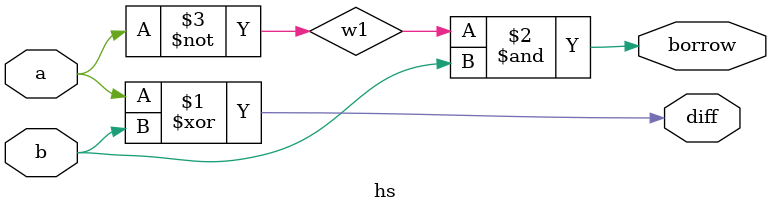
<source format=v>
module hs(diff,borrow,a,b);
output diff,borrow;
input a,b;
wire w1;
xor g1(diff,a,b);
not g2(w1,a);
and g3(borrow,w1,b);
endmodule

</source>
